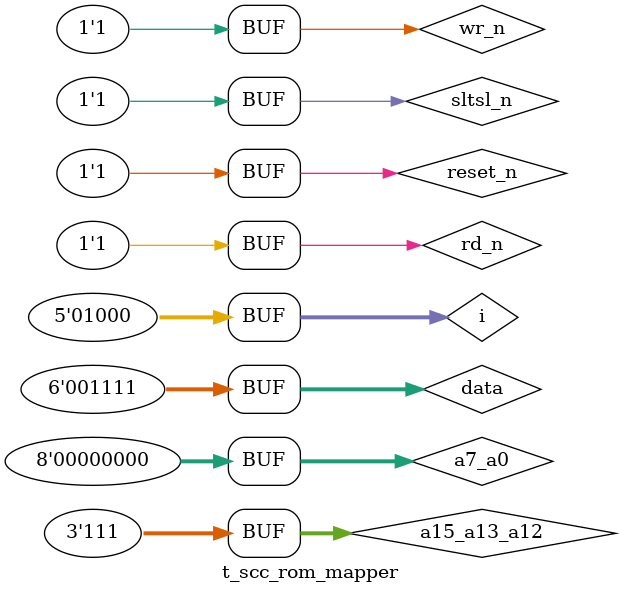
<source format=v>
module t_scc_rom_mapper;
	wire [5:0] address_upper;
	reg rd_n,wr_n,sltsl_n,reset_n;
	reg [5:0] data;
	reg [2:0] a15_a13_a12;
	reg [7:0] a7_a0;
	reg [4:0] i;
	
	scc_rom_mapper TST (rd_n,wr_n,sltsl_n,reset_n,a7_a0,a15_a13_a12,data,address_upper);
	
	initial
	begin
		$dumpfile("mapper.lxt");
		$dumpvars(0,t_scc_rom_mapper);

	  	$monitor("sltsl:%b, wr:%b, rd:%b, range: %bx%b%b, in: %d, out: %d",sltsl_n,wr_n,rd_n,a15_a13_a12[2],a15_a13_a12[1],a15_a13_a12[0],data,address_upper);
		wr_n = 1;
		rd_n = 1;
		sltsl_n = 1;
		reset_n = 1;
		#5;
		
		// check init state
		$display ("\nshow init state");
		wr_n = 1;
		sltsl_n = 0; // this slot selected
		for (i = 0; i < 8; i = i + 1) begin
			a15_a13_a12 = i;
			rd_n = 0;
			#5;
			rd_n = 1;
			#5;
		end
		sltsl_n = 1;
		rd_n = 1;
		#5;
		// write data
		$display ("\nwrite new data in register");
        sltsl_n = 0; // this slot selected
		a7_a0 = 8'h00;
		for (i = 0; i < 8; i = i + 1) begin
            // write to register
			wr_n = 0;
			a15_a13_a12 = i;
			data = i+8;
			#5;
			// end of write, read lower 4k
			wr_n = 1;
			#5;
			rd_n = 0;
			a15_a13_a12 = i & 3'b110;
			#5;
			// end of read
			rd_n = 1;
			#5;
			// read upper 4k if range selected
			a15_a13_a12 = i;
			rd_n = 0;
			#5;
			// end of read
			rd_n = 1;
			#5;
		end
		/*
		// when this slot is not selected
		// write data
		$display ("\nwrite without slot selected");
		wr_n = 0;
		rd_n = 1;
		sltsl_n = 1; // this slot NOT selected
		for (i = 0; i < 8; i = i + 1) begin
			a15_a13_a12 = i;
			data = i;
			#5;
		end
		// read back memory
		$display ("\nread without slot selected");
		wr_n = 1; // RD
		rd_n = 0;
		sltsl_n = 1; // this slot NOT selected
		for (i = 0; i < 8; i = i + 1) begin
			a15_a13_a12 = i;
			#5;
		end
		*/
        $display ("\nreset");
		reset_n = 0;
		#5;
		reset_n = 1;
		#5;
        // read back memory
		$display ("\nread");
		wr_n = 1;
		sltsl_n = 0; // this slot selected
		for (i = 0; i < 8; i = i + 1) begin
			a15_a13_a12 = i;
			rd_n = 0;
			#5;
			rd_n = 1;
			#5;
		end
		sltsl_n = 1;
		rd_n = 1;
		#5;
	end
endmodule
</source>
